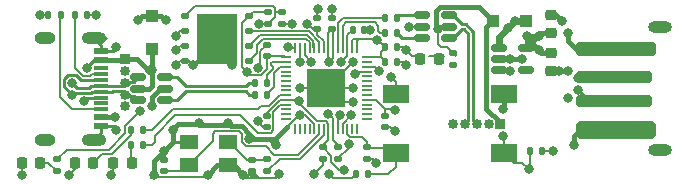
<source format=gbr>
%TF.GenerationSoftware,KiCad,Pcbnew,7.0.2-0*%
%TF.CreationDate,2023-12-30T15:56:12-08:00*%
%TF.ProjectId,uart-friend2-usb,75617274-2d66-4726-9965-6e64322d7573,rev?*%
%TF.SameCoordinates,PX7735940PY6e263e0*%
%TF.FileFunction,Copper,L1,Top*%
%TF.FilePolarity,Positive*%
%FSLAX46Y46*%
G04 Gerber Fmt 4.6, Leading zero omitted, Abs format (unit mm)*
G04 Created by KiCad (PCBNEW 7.0.2-0) date 2023-12-30 15:56:12*
%MOMM*%
%LPD*%
G01*
G04 APERTURE LIST*
G04 Aperture macros list*
%AMRoundRect*
0 Rectangle with rounded corners*
0 $1 Rounding radius*
0 $2 $3 $4 $5 $6 $7 $8 $9 X,Y pos of 4 corners*
0 Add a 4 corners polygon primitive as box body*
4,1,4,$2,$3,$4,$5,$6,$7,$8,$9,$2,$3,0*
0 Add four circle primitives for the rounded corners*
1,1,$1+$1,$2,$3*
1,1,$1+$1,$4,$5*
1,1,$1+$1,$6,$7*
1,1,$1+$1,$8,$9*
0 Add four rect primitives between the rounded corners*
20,1,$1+$1,$2,$3,$4,$5,0*
20,1,$1+$1,$4,$5,$6,$7,0*
20,1,$1+$1,$6,$7,$8,$9,0*
20,1,$1+$1,$8,$9,$2,$3,0*%
%AMOutline5P*
0 Free polygon, 5 corners , with rotation*
0 The origin of the aperture is its center*
0 number of corners: always 5*
0 $1 to $10 corner X, Y*
0 $11 Rotation angle, in degrees counterclockwise*
0 create outline with 5 corners*
4,1,5,$1,$2,$3,$4,$5,$6,$7,$8,$9,$10,$1,$2,$11*%
%AMOutline6P*
0 Free polygon, 6 corners , with rotation*
0 The origin of the aperture is its center*
0 number of corners: always 6*
0 $1 to $12 corner X, Y*
0 $13 Rotation angle, in degrees counterclockwise*
0 create outline with 6 corners*
4,1,6,$1,$2,$3,$4,$5,$6,$7,$8,$9,$10,$11,$12,$1,$2,$13*%
%AMOutline7P*
0 Free polygon, 7 corners , with rotation*
0 The origin of the aperture is its center*
0 number of corners: always 7*
0 $1 to $14 corner X, Y*
0 $15 Rotation angle, in degrees counterclockwise*
0 create outline with 7 corners*
4,1,7,$1,$2,$3,$4,$5,$6,$7,$8,$9,$10,$11,$12,$13,$14,$1,$2,$15*%
%AMOutline8P*
0 Free polygon, 8 corners , with rotation*
0 The origin of the aperture is its center*
0 number of corners: always 8*
0 $1 to $16 corner X, Y*
0 $17 Rotation angle, in degrees counterclockwise*
0 create outline with 8 corners*
4,1,8,$1,$2,$3,$4,$5,$6,$7,$8,$9,$10,$11,$12,$13,$14,$15,$16,$1,$2,$17*%
G04 Aperture macros list end*
%TA.AperFunction,SMDPad,CuDef*%
%ADD10R,1.240000X0.600000*%
%TD*%
%TA.AperFunction,SMDPad,CuDef*%
%ADD11R,1.240000X0.300000*%
%TD*%
%TA.AperFunction,ComponentPad*%
%ADD12O,2.100000X1.000000*%
%TD*%
%TA.AperFunction,ComponentPad*%
%ADD13O,1.800000X1.000000*%
%TD*%
%TA.AperFunction,SMDPad,CuDef*%
%ADD14RoundRect,0.135000X0.135000X0.185000X-0.135000X0.185000X-0.135000X-0.185000X0.135000X-0.185000X0*%
%TD*%
%TA.AperFunction,SMDPad,CuDef*%
%ADD15RoundRect,0.218750X-0.218750X-0.256250X0.218750X-0.256250X0.218750X0.256250X-0.218750X0.256250X0*%
%TD*%
%TA.AperFunction,SMDPad,CuDef*%
%ADD16RoundRect,0.250000X-0.300000X0.300000X-0.300000X-0.300000X0.300000X-0.300000X0.300000X0.300000X0*%
%TD*%
%TA.AperFunction,SMDPad,CuDef*%
%ADD17R,1.600000X1.300000*%
%TD*%
%TA.AperFunction,SMDPad,CuDef*%
%ADD18R,3.200000X3.200000*%
%TD*%
%TA.AperFunction,SMDPad,CuDef*%
%ADD19RoundRect,0.050000X-0.050000X-0.387500X0.050000X-0.387500X0.050000X0.387500X-0.050000X0.387500X0*%
%TD*%
%TA.AperFunction,SMDPad,CuDef*%
%ADD20RoundRect,0.050000X-0.387500X-0.050000X0.387500X-0.050000X0.387500X0.050000X-0.387500X0.050000X0*%
%TD*%
%TA.AperFunction,SMDPad,CuDef*%
%ADD21RoundRect,0.140000X-0.170000X0.140000X-0.170000X-0.140000X0.170000X-0.140000X0.170000X0.140000X0*%
%TD*%
%TA.AperFunction,SMDPad,CuDef*%
%ADD22RoundRect,0.135000X-0.135000X-0.185000X0.135000X-0.185000X0.135000X0.185000X-0.135000X0.185000X0*%
%TD*%
%TA.AperFunction,SMDPad,CuDef*%
%ADD23RoundRect,0.140000X0.170000X-0.140000X0.170000X0.140000X-0.170000X0.140000X-0.170000X-0.140000X0*%
%TD*%
%TA.AperFunction,SMDPad,CuDef*%
%ADD24RoundRect,0.140000X-0.140000X-0.170000X0.140000X-0.170000X0.140000X0.170000X-0.140000X0.170000X0*%
%TD*%
%TA.AperFunction,SMDPad,CuDef*%
%ADD25RoundRect,0.135000X-0.185000X0.135000X-0.185000X-0.135000X0.185000X-0.135000X0.185000X0.135000X0*%
%TD*%
%TA.AperFunction,SMDPad,CuDef*%
%ADD26R,2.180000X1.600000*%
%TD*%
%TA.AperFunction,SMDPad,CuDef*%
%ADD27RoundRect,0.150000X-0.512500X-0.150000X0.512500X-0.150000X0.512500X0.150000X-0.512500X0.150000X0*%
%TD*%
%TA.AperFunction,SMDPad,CuDef*%
%ADD28RoundRect,0.125000X-0.250000X-0.125000X0.250000X-0.125000X0.250000X0.125000X-0.250000X0.125000X0*%
%TD*%
%TA.AperFunction,SMDPad,CuDef*%
%ADD29R,3.400000X4.300000*%
%TD*%
%TA.AperFunction,SMDPad,CuDef*%
%ADD30RoundRect,0.135000X0.185000X-0.135000X0.185000X0.135000X-0.185000X0.135000X-0.185000X-0.135000X0*%
%TD*%
%TA.AperFunction,SMDPad,CuDef*%
%ADD31Outline8P,-3.375000X0.375000X-3.125000X0.625000X3.125000X0.625000X3.375000X0.375000X3.375000X-0.375000X3.125000X-0.625000X-3.125000X-0.625000X-3.375000X-0.375000X180.000000*%
%TD*%
%TA.AperFunction,SMDPad,CuDef*%
%ADD32Outline8P,-3.250000X0.300000X-3.050000X0.500000X3.050000X0.500000X3.250000X0.300000X3.250000X-0.300000X3.050000X-0.500000X-3.050000X-0.500000X-3.250000X-0.300000X180.000000*%
%TD*%
%TA.AperFunction,SMDPad,CuDef*%
%ADD33Outline8P,-3.375000X0.450000X-3.075000X0.750000X3.075000X0.750000X3.375000X0.450000X3.375000X-0.450000X3.075000X-0.750000X-3.075000X-0.750000X-3.375000X-0.450000X180.000000*%
%TD*%
%TA.AperFunction,SMDPad,CuDef*%
%ADD34RoundRect,0.225000X-0.250000X0.225000X-0.250000X-0.225000X0.250000X-0.225000X0.250000X0.225000X0*%
%TD*%
%TA.AperFunction,SMDPad,CuDef*%
%ADD35RoundRect,0.150000X0.512500X0.150000X-0.512500X0.150000X-0.512500X-0.150000X0.512500X-0.150000X0*%
%TD*%
%TA.AperFunction,SMDPad,CuDef*%
%ADD36RoundRect,0.225000X0.250000X-0.225000X0.250000X0.225000X-0.250000X0.225000X-0.250000X-0.225000X0*%
%TD*%
%TA.AperFunction,SMDPad,CuDef*%
%ADD37RoundRect,0.250000X0.300000X0.300000X-0.300000X0.300000X-0.300000X-0.300000X0.300000X-0.300000X0*%
%TD*%
%TA.AperFunction,ComponentPad*%
%ADD38R,0.850000X0.850000*%
%TD*%
%TA.AperFunction,ComponentPad*%
%ADD39O,0.850000X0.850000*%
%TD*%
%TA.AperFunction,ComponentPad*%
%ADD40O,2.030000X1.000000*%
%TD*%
%TA.AperFunction,ViaPad*%
%ADD41C,0.812800*%
%TD*%
%TA.AperFunction,Conductor*%
%ADD42C,0.203200*%
%TD*%
%TA.AperFunction,Conductor*%
%ADD43C,0.457200*%
%TD*%
%TA.AperFunction,Conductor*%
%ADD44C,0.152400*%
%TD*%
%TA.AperFunction,Conductor*%
%ADD45C,0.254000*%
%TD*%
%TA.AperFunction,Conductor*%
%ADD46C,0.304800*%
%TD*%
%TA.AperFunction,Conductor*%
%ADD47C,0.609600*%
%TD*%
%TA.AperFunction,Conductor*%
%ADD48C,0.266700*%
%TD*%
G04 APERTURE END LIST*
D10*
%TO.P,J1,A1,GND*%
%TO.N,GND*%
X7475000Y11200000D03*
%TO.P,J1,A4,VBUS*%
%TO.N,/VBUS1*%
X7475000Y10400000D03*
D11*
%TO.P,J1,A5,CC1*%
%TO.N,/J1_CC1*%
X7475000Y9250000D03*
%TO.P,J1,A6,D+*%
%TO.N,/USB1_D_P*%
X7475000Y8250000D03*
%TO.P,J1,A7,D-*%
%TO.N,/USB1_D_N*%
X7475000Y7750000D03*
%TO.P,J1,A8,SBU1*%
%TO.N,unconnected-(J1-SBU1-PadA8)*%
X7475000Y6750000D03*
D10*
%TO.P,J1,A9,VBUS*%
%TO.N,/VBUS1*%
X7475000Y5600000D03*
%TO.P,J1,A12,GND*%
%TO.N,GND*%
X7475000Y4800000D03*
%TO.P,J1,B1,GND*%
X7475000Y4800000D03*
%TO.P,J1,B4,VBUS*%
%TO.N,/VBUS1*%
X7475000Y5600000D03*
D11*
%TO.P,J1,B5,CC2*%
%TO.N,/J2_CC2*%
X7475000Y6250000D03*
%TO.P,J1,B6,D+*%
%TO.N,/USB1_D_P*%
X7475000Y7250000D03*
%TO.P,J1,B7,D-*%
%TO.N,/USB1_D_N*%
X7475000Y8750000D03*
%TO.P,J1,B8,SBU2*%
%TO.N,unconnected-(J1-SBU2-PadB8)*%
X7475000Y9750000D03*
D10*
%TO.P,J1,B9,VBUS*%
%TO.N,/VBUS1*%
X7475000Y10400000D03*
%TO.P,J1,B12,GND*%
%TO.N,GND*%
X7475000Y11200000D03*
D12*
%TO.P,J1,S1,SHIELD*%
X6875000Y12320000D03*
D13*
X2675000Y12320000D03*
D12*
X6875000Y3680000D03*
D13*
X2675000Y3680000D03*
%TD*%
D14*
%TO.P,R13,1*%
%TO.N,/LED_GPIO8*%
X11010000Y3250000D03*
%TO.P,R13,2*%
%TO.N,Net-(D3-A)*%
X9990000Y3250000D03*
%TD*%
D15*
%TO.P,D6,2,A*%
%TO.N,Net-(D6-A)*%
X2287500Y1750000D03*
%TO.P,D6,1,K*%
%TO.N,GND*%
X712500Y1750000D03*
%TD*%
%TO.P,D5,1,K*%
%TO.N,GND*%
X34462500Y10500000D03*
%TO.P,D5,2,A*%
%TO.N,Net-(D5-A)*%
X36037500Y10500000D03*
%TD*%
%TO.P,D4,2,A*%
%TO.N,Net-(D4-A)*%
X6787500Y1750000D03*
%TO.P,D4,1,K*%
%TO.N,GND*%
X5212500Y1750000D03*
%TD*%
%TO.P,D3,2,A*%
%TO.N,Net-(D3-A)*%
X10037500Y1750000D03*
%TO.P,D3,1,K*%
%TO.N,GND*%
X8462500Y1750000D03*
%TD*%
D16*
%TO.P,D1,1,K*%
%TO.N,VBUS*%
X11750000Y14150000D03*
%TO.P,D1,2,A*%
%TO.N,/VBUS1*%
X11750000Y11350000D03*
%TD*%
D17*
%TO.P,Y1,1,1*%
%TO.N,/U1_XOUT_R*%
X18150000Y3500000D03*
%TO.P,Y1,2,2*%
%TO.N,GND*%
X14850000Y3500000D03*
%TO.P,Y1,3,3*%
%TO.N,/U1_XIN*%
X14850000Y1500000D03*
%TO.P,Y1,4,4*%
%TO.N,GND*%
X18150000Y1500000D03*
%TD*%
D18*
%TO.P,U1,57,GND*%
%TO.N,GND*%
X26500000Y8050000D03*
D19*
%TO.P,U1,56,QSPI_SS*%
%TO.N,/U1_EEPROM_SS_L*%
X23900000Y11487500D03*
%TO.P,U1,55,QSPI_SD1*%
%TO.N,/U1_EEPROM_SD1*%
X24300000Y11487500D03*
%TO.P,U1,54,QSPI_SD2*%
%TO.N,Net-(U1-QSPI_SD2)*%
X24700000Y11487500D03*
%TO.P,U1,53,QSPI_SD0*%
%TO.N,/U1_EEPROM_SD0*%
X25100000Y11487500D03*
%TO.P,U1,52,QSPI_SCLK*%
%TO.N,/U1_EEPROM_SCLK*%
X25500000Y11487500D03*
%TO.P,U1,51,QSPI_SD3*%
%TO.N,/U1_EEPROM_SD3*%
X25900000Y11487500D03*
%TO.P,U1,50,DVDD*%
%TO.N,VDD*%
X26300000Y11487500D03*
%TO.P,U1,49,IOVDD*%
%TO.N,+3V3*%
X26700000Y11487500D03*
%TO.P,U1,48,USB_VDD*%
X27100000Y11487500D03*
%TO.P,U1,47,USB_DP*%
%TO.N,/USB0_P*%
X27500000Y11487500D03*
%TO.P,U1,46,USB_DM*%
%TO.N,/USB0_N*%
X27900000Y11487500D03*
%TO.P,U1,45,VREG_VOUT*%
%TO.N,VDD*%
X28300000Y11487500D03*
%TO.P,U1,44,VREG_IN*%
%TO.N,+3V3*%
X28700000Y11487500D03*
%TO.P,U1,43,ADC_AVDD*%
X29100000Y11487500D03*
D20*
%TO.P,U1,42,IOVDD*%
X29937500Y10650000D03*
%TO.P,U1,41,GPIO29_ADC3*%
%TO.N,unconnected-(U1-GPIO29_ADC3-Pad41)*%
X29937500Y10250000D03*
%TO.P,U1,40,GPIO28_ADC2*%
%TO.N,/ADC2*%
X29937500Y9850000D03*
%TO.P,U1,39,GPIO27_ADC1*%
%TO.N,/ADC1*%
X29937500Y9450000D03*
%TO.P,U1,38,GPIO26_ADC0*%
%TO.N,unconnected-(U1-GPIO26_ADC0-Pad38)*%
X29937500Y9050000D03*
%TO.P,U1,37,GPIO25*%
%TO.N,unconnected-(U1-GPIO25-Pad37)*%
X29937500Y8650000D03*
%TO.P,U1,36,GPIO24*%
%TO.N,unconnected-(U1-GPIO24-Pad36)*%
X29937500Y8250000D03*
%TO.P,U1,35,GPIO23*%
%TO.N,unconnected-(U1-GPIO23-Pad35)*%
X29937500Y7850000D03*
%TO.P,U1,34,GPIO22*%
%TO.N,unconnected-(U1-GPIO22-Pad34)*%
X29937500Y7450000D03*
%TO.P,U1,33,IOVDD*%
%TO.N,+3V3*%
X29937500Y7050000D03*
%TO.P,U1,32,GPIO21*%
%TO.N,unconnected-(U1-GPIO21-Pad32)*%
X29937500Y6650000D03*
%TO.P,U1,31,GPIO20*%
%TO.N,unconnected-(U1-GPIO20-Pad31)*%
X29937500Y6250000D03*
%TO.P,U1,30,GPIO19*%
%TO.N,unconnected-(U1-GPIO19-Pad30)*%
X29937500Y5850000D03*
%TO.P,U1,29,GPIO18*%
%TO.N,unconnected-(U1-GPIO18-Pad29)*%
X29937500Y5450000D03*
D19*
%TO.P,U1,28,GPIO17*%
%TO.N,unconnected-(U1-GPIO17-Pad28)*%
X29100000Y4612500D03*
%TO.P,U1,27,GPIO16*%
%TO.N,unconnected-(U1-GPIO16-Pad27)*%
X28700000Y4612500D03*
%TO.P,U1,26,RUN*%
%TO.N,/U1_RUN*%
X28300000Y4612500D03*
%TO.P,U1,25,SWD*%
%TO.N,/SWD*%
X27900000Y4612500D03*
%TO.P,U1,24,SWCLK*%
%TO.N,/SWD_CLK*%
X27500000Y4612500D03*
%TO.P,U1,23,DVDD*%
%TO.N,VDD*%
X27100000Y4612500D03*
%TO.P,U1,22,IOVDD*%
%TO.N,+3V3*%
X26700000Y4612500D03*
%TO.P,U1,21,XOUT*%
%TO.N,/U1_XOUT*%
X26300000Y4612500D03*
%TO.P,U1,20,XIN*%
%TO.N,/U1_XIN*%
X25900000Y4612500D03*
%TO.P,U1,19,TESTEN*%
%TO.N,GND*%
X25500000Y4612500D03*
%TO.P,U1,18,GPIO15*%
%TO.N,unconnected-(U1-GPIO15-Pad18)*%
X25100000Y4612500D03*
%TO.P,U1,17,GPIO14*%
%TO.N,unconnected-(U1-GPIO14-Pad17)*%
X24700000Y4612500D03*
%TO.P,U1,16,GPIO13*%
%TO.N,unconnected-(U1-GPIO13-Pad16)*%
X24300000Y4612500D03*
%TO.P,U1,15,GPIO12*%
%TO.N,unconnected-(U1-GPIO12-Pad15)*%
X23900000Y4612500D03*
D20*
%TO.P,U1,14,GPIO11*%
%TO.N,unconnected-(U1-GPIO11-Pad14)*%
X23062500Y5450000D03*
%TO.P,U1,13,GPIO10*%
%TO.N,unconnected-(U1-GPIO10-Pad13)*%
X23062500Y5850000D03*
%TO.P,U1,12,GPIO9*%
%TO.N,unconnected-(U1-GPIO9-Pad12)*%
X23062500Y6250000D03*
%TO.P,U1,11,GPIO8*%
%TO.N,/LED_GPIO8*%
X23062500Y6650000D03*
%TO.P,U1,10,IOVDD*%
%TO.N,+3V3*%
X23062500Y7050000D03*
%TO.P,U1,9,GPIO7*%
%TO.N,/LED_GPIO7*%
X23062500Y7450000D03*
%TO.P,U1,8,GPIO6*%
%TO.N,unconnected-(U1-GPIO6-Pad8)*%
X23062500Y7850000D03*
%TO.P,U1,7,GPIO5*%
%TO.N,unconnected-(U1-GPIO5-Pad7)*%
X23062500Y8250000D03*
%TO.P,U1,6,GPIO4*%
%TO.N,unconnected-(U1-GPIO4-Pad6)*%
X23062500Y8650000D03*
%TO.P,U1,5,GPIO3*%
%TO.N,unconnected-(U1-GPIO3-Pad5)*%
X23062500Y9050000D03*
%TO.P,U1,4,GPIO2*%
%TO.N,unconnected-(U1-GPIO2-Pad4)*%
X23062500Y9450000D03*
%TO.P,U1,3,GPIO1*%
%TO.N,/USB1_N*%
X23062500Y9850000D03*
%TO.P,U1,2,GPIO0*%
%TO.N,/USB1_P*%
X23062500Y10250000D03*
%TO.P,U1,1,IOVDD*%
%TO.N,+3V3*%
X23062500Y10650000D03*
%TD*%
D14*
%TO.P,R1,1*%
%TO.N,/USB0_R_P*%
X32510000Y14000000D03*
%TO.P,R1,2*%
%TO.N,/USB0_P*%
X31490000Y14000000D03*
%TD*%
%TO.P,R14,1*%
%TO.N,/LED_GPIO7*%
X11010000Y4500000D03*
%TO.P,R14,2*%
%TO.N,Net-(D4-A)*%
X9990000Y4500000D03*
%TD*%
D21*
%TO.P,C15,1*%
%TO.N,/U1_XOUT_R*%
X20250000Y1980000D03*
%TO.P,C15,2*%
%TO.N,GND*%
X20250000Y1020000D03*
%TD*%
D14*
%TO.P,R8,1*%
%TO.N,/U1_RUN*%
X30010000Y750000D03*
%TO.P,R8,2*%
%TO.N,/SWD_RST*%
X28990000Y750000D03*
%TD*%
D22*
%TO.P,R12,1*%
%TO.N,GND*%
X43740000Y2750000D03*
%TO.P,R12,2*%
%TO.N,/P4_CC*%
X44760000Y2750000D03*
%TD*%
D14*
%TO.P,R10,1*%
%TO.N,/J2_CC2*%
X4010000Y14250000D03*
%TO.P,R10,2*%
%TO.N,GND*%
X2990000Y14250000D03*
%TD*%
D23*
%TO.P,C14,1*%
%TO.N,/U1_XIN*%
X12750000Y1020000D03*
%TO.P,C14,2*%
%TO.N,GND*%
X12750000Y1980000D03*
%TD*%
D24*
%TO.P,C1,1*%
%TO.N,+3V3*%
X31520000Y11500000D03*
%TO.P,C1,2*%
%TO.N,GND*%
X32480000Y11500000D03*
%TD*%
D25*
%TO.P,R3,1*%
%TO.N,+3V3*%
X21600000Y14510000D03*
%TO.P,R3,2*%
%TO.N,/U1_EEPROM_SS_L*%
X21600000Y13490000D03*
%TD*%
D24*
%TO.P,C2,1*%
%TO.N,+3V3*%
X31520000Y10250000D03*
%TO.P,C2,2*%
%TO.N,GND*%
X32480000Y10250000D03*
%TD*%
D25*
%TO.P,R15,1*%
%TO.N,/VBUS0*%
X37250000Y11010000D03*
%TO.P,R15,2*%
%TO.N,Net-(D5-A)*%
X37250000Y9990000D03*
%TD*%
D26*
%TO.P,SW2,1,1*%
%TO.N,GND*%
X41590000Y2550000D03*
%TO.P,SW2,2,2*%
%TO.N,/U1_RUN*%
X32410000Y2550000D03*
%TD*%
D21*
%TO.P,C5,1*%
%TO.N,+3V3*%
X21500000Y5730000D03*
%TO.P,C5,2*%
%TO.N,GND*%
X21500000Y4770000D03*
%TD*%
%TO.P,C16,1*%
%TO.N,/U1_RUN*%
X30000000Y3030000D03*
%TO.P,C16,2*%
%TO.N,GND*%
X30000000Y2070000D03*
%TD*%
%TO.P,C3,1*%
%TO.N,+3V3*%
X31500000Y5730000D03*
%TO.P,C3,2*%
%TO.N,GND*%
X31500000Y4770000D03*
%TD*%
D25*
%TO.P,R7,1*%
%TO.N,/U1_XOUT_R*%
X21500000Y2010000D03*
%TO.P,R7,2*%
%TO.N,/U1_XOUT*%
X21500000Y990000D03*
%TD*%
D22*
%TO.P,R9,1*%
%TO.N,/J1_CC1*%
X5240000Y14250000D03*
%TO.P,R9,2*%
%TO.N,GND*%
X6260000Y14250000D03*
%TD*%
D24*
%TO.P,C9,1*%
%TO.N,VDD*%
X28770000Y13000000D03*
%TO.P,C9,2*%
%TO.N,GND*%
X29730000Y13000000D03*
%TD*%
D27*
%TO.P,U3,6*%
%TO.N,/USB0_D_P*%
X36887500Y14200000D03*
%TO.P,U3,5*%
%TO.N,/VBUS0*%
X36887500Y13250000D03*
%TO.P,U3,4*%
%TO.N,/USB0_D_N*%
X36887500Y12300000D03*
%TO.P,U3,3*%
%TO.N,/USB0_R_N*%
X34612500Y12300000D03*
%TO.P,U3,2*%
%TO.N,GND*%
X34612500Y13250000D03*
%TO.P,U3,1*%
%TO.N,/USB0_R_P*%
X34612500Y14200000D03*
%TD*%
%TO.P,U4,1,IN*%
%TO.N,VBUS*%
X41112500Y11450000D03*
%TO.P,U4,2,GND*%
%TO.N,GND*%
X41112500Y10500000D03*
%TO.P,U4,3,EN*%
%TO.N,VBUS*%
X41112500Y9550000D03*
%TO.P,U4,4,NC*%
%TO.N,unconnected-(U4-NC-Pad4)*%
X43387500Y9550000D03*
%TO.P,U4,5,OUT*%
%TO.N,+3V3*%
X43387500Y11450000D03*
%TD*%
D28*
%TO.P,U2,1,~{CS}*%
%TO.N,/U1_EEPROM_SS_L*%
X14550000Y14155000D03*
%TO.P,U2,2,DO(IO1)*%
%TO.N,/U1_EEPROM_SD1*%
X14550000Y12885000D03*
%TO.P,U2,3,IO2*%
%TO.N,Net-(U1-QSPI_SD2)*%
X14550000Y11615000D03*
%TO.P,U2,4,GND*%
%TO.N,GND*%
X14550000Y10345000D03*
%TO.P,U2,5,DI(IO0)*%
%TO.N,/U1_EEPROM_SD0*%
X19950000Y10345000D03*
%TO.P,U2,6,CLK*%
%TO.N,/U1_EEPROM_SCLK*%
X19950000Y11615000D03*
%TO.P,U2,7,IO3*%
%TO.N,/U1_EEPROM_SD3*%
X19950000Y12885000D03*
%TO.P,U2,8,VCC*%
%TO.N,+3V3*%
X19950000Y14155000D03*
D29*
%TO.P,U2,9,EP*%
%TO.N,GND*%
X17250000Y12250000D03*
%TD*%
D30*
%TO.P,R4,1*%
%TO.N,/U1_BOOT*%
X22800000Y13490000D03*
%TO.P,R4,2*%
%TO.N,/U1_EEPROM_SS_L*%
X22800000Y14510000D03*
%TD*%
D31*
%TO.P,P1,1,VBUS*%
%TO.N,/VBUS0*%
X51016880Y11372580D03*
D32*
%TO.P,P1,2,D-*%
%TO.N,/USB0_D_N*%
X50891880Y8997580D03*
%TO.P,P1,3,D+*%
%TO.N,/USB0_D_P*%
X50891880Y6997580D03*
D33*
%TO.P,P1,4,GND*%
%TO.N,GND*%
X51016880Y4497580D03*
%TD*%
D34*
%TO.P,C12,1*%
%TO.N,+3V3*%
X45500000Y11025000D03*
%TO.P,C12,2*%
%TO.N,GND*%
X45500000Y9475000D03*
%TD*%
D14*
%TO.P,R2,1*%
%TO.N,/USB0_R_N*%
X32510000Y12750000D03*
%TO.P,R2,2*%
%TO.N,/USB0_N*%
X31490000Y12750000D03*
%TD*%
D26*
%TO.P,SW1,1,1*%
%TO.N,GND*%
X41590000Y7550000D03*
%TO.P,SW1,2,2*%
%TO.N,/U1_BOOT*%
X32410000Y7550000D03*
%TD*%
D35*
%TO.P,U5,1*%
%TO.N,/USB1_R_N*%
X12887500Y7050000D03*
%TO.P,U5,2*%
%TO.N,GND*%
X12887500Y8000000D03*
%TO.P,U5,3*%
%TO.N,/USB1_R_P*%
X12887500Y8950000D03*
%TO.P,U5,4*%
%TO.N,/USB1_D_P*%
X10612500Y8950000D03*
%TO.P,U5,5*%
%TO.N,/VBUS1*%
X10612500Y8000000D03*
%TO.P,U5,6*%
%TO.N,/USB1_D_N*%
X10612500Y7050000D03*
%TD*%
D21*
%TO.P,C4,1*%
%TO.N,+3V3*%
X26250000Y3030000D03*
%TO.P,C4,2*%
%TO.N,GND*%
X26250000Y2070000D03*
%TD*%
D23*
%TO.P,C7,1*%
%TO.N,+3V3*%
X27000000Y13020000D03*
%TO.P,C7,2*%
%TO.N,GND*%
X27000000Y13980000D03*
%TD*%
%TO.P,C10,1*%
%TO.N,VDD*%
X25750000Y13020000D03*
%TO.P,C10,2*%
%TO.N,GND*%
X25750000Y13980000D03*
%TD*%
D14*
%TO.P,R6,1*%
%TO.N,/USB1_P*%
X21510000Y8500000D03*
%TO.P,R6,2*%
%TO.N,/USB1_R_P*%
X20490000Y8500000D03*
%TD*%
D36*
%TO.P,C13,1*%
%TO.N,+3V3*%
X45500000Y12725000D03*
%TO.P,C13,2*%
%TO.N,GND*%
X45500000Y14275000D03*
%TD*%
D21*
%TO.P,C11,1*%
%TO.N,VDD*%
X27500000Y3030000D03*
%TO.P,C11,2*%
%TO.N,GND*%
X27500000Y2070000D03*
%TD*%
D37*
%TO.P,D2,1,K*%
%TO.N,VBUS*%
X43400000Y13750000D03*
%TO.P,D2,2,A*%
%TO.N,/VBUS0*%
X40600000Y13750000D03*
%TD*%
D25*
%TO.P,R16,1*%
%TO.N,/VBUS1*%
X3750000Y2010000D03*
%TO.P,R16,2*%
%TO.N,Net-(D6-A)*%
X3750000Y990000D03*
%TD*%
D14*
%TO.P,R5,1*%
%TO.N,/USB1_N*%
X21510000Y7500000D03*
%TO.P,R5,2*%
%TO.N,/USB1_R_N*%
X20490000Y7500000D03*
%TD*%
D23*
%TO.P,C6,1*%
%TO.N,+3V3*%
X21500000Y10770000D03*
%TO.P,C6,2*%
%TO.N,GND*%
X21500000Y11730000D03*
%TD*%
D38*
%TO.P,P2,1,VBUS*%
%TO.N,/VBUS0*%
X41250000Y5000000D03*
D39*
%TO.P,P2,2,GND*%
%TO.N,GND*%
X40250000Y5000000D03*
%TO.P,P2,3,D+*%
%TO.N,/USB0_D_P*%
X39250000Y5000000D03*
%TO.P,P2,4,D-*%
%TO.N,/USB0_D_N*%
X38250000Y5000000D03*
%TO.P,P2,5,GND*%
%TO.N,GND*%
X37250000Y5000000D03*
%TD*%
D38*
%TO.P,P3,1,VBUS*%
%TO.N,/VBUS1*%
X9500000Y10500000D03*
D39*
%TO.P,P3,2,GND*%
%TO.N,GND*%
X9500000Y9500000D03*
%TO.P,P3,3,D+*%
%TO.N,/USB1_D_P*%
X9500000Y8500000D03*
%TO.P,P3,4,D-*%
%TO.N,/USB1_D_N*%
X9500000Y7500000D03*
%TO.P,P3,5,GND*%
%TO.N,GND*%
X9500000Y6500000D03*
%TD*%
D40*
%TO.P,P4,SH1*%
%TO.N,N/C*%
X54750000Y13225000D03*
X54750000Y2775000D03*
%TD*%
D41*
%TO.N,GND*%
X8289775Y710700D03*
X4750000Y719523D03*
X750000Y710700D03*
%TO.N,+3V3*%
X26750000Y10250000D03*
X32300000Y6191698D03*
X43500000Y12500000D03*
X24200000Y7000000D03*
X19800000Y9400000D03*
X44500000Y12500000D03*
X30818415Y12125976D03*
X28000000Y1100000D03*
X44500000Y11250000D03*
%TO.N,GND*%
X11898606Y727274D03*
X30750000Y1750000D03*
X27000000Y14789300D03*
X43634605Y1194755D03*
X41500000Y4000000D03*
X30200000Y13000000D03*
X33500000Y13250000D03*
X33250000Y11250000D03*
X8750000Y4500000D03*
X24250000Y8050000D03*
X15250000Y10000000D03*
X28750000Y6900000D03*
X20727578Y5236856D03*
X7000000Y14250000D03*
X18227959Y5080100D03*
X20000000Y3750000D03*
X28750000Y10300000D03*
X11750000Y6500000D03*
X13500000Y4500000D03*
X42090100Y10539791D03*
X25500000Y750000D03*
X19500000Y710700D03*
X41500000Y6250000D03*
X32300000Y4400000D03*
X13750000Y10000000D03*
X22250000Y3250000D03*
X20733568Y9793145D03*
X28750000Y8050000D03*
X43100000Y10539791D03*
X47000000Y7250000D03*
X47500000Y3250000D03*
X24250000Y5800000D03*
X22500000Y750000D03*
X28400000Y3300000D03*
X8750000Y11500000D03*
X46500000Y13750000D03*
X15727959Y5080100D03*
X18500000Y10000000D03*
X12750000Y2750000D03*
X16500000Y710700D03*
X2250000Y14250000D03*
X25800000Y14789300D03*
X46250000Y9500000D03*
X47000000Y9500000D03*
X33250000Y10000000D03*
%TO.N,VDD*%
X27750000Y10250000D03*
X24900000Y13500000D03*
X26700000Y5891698D03*
%TO.N,VBUS*%
X10600000Y13800000D03*
X41875000Y13125000D03*
X12900000Y13800000D03*
X42500000Y13750000D03*
X42100000Y9500000D03*
%TO.N,/VBUS1*%
X11750000Y9600000D03*
X6250000Y9750000D03*
X8600000Y5600000D03*
X10700000Y6100000D03*
%TO.N,/VBUS0*%
X47000000Y12750000D03*
X35975988Y13035217D03*
%TO.N,/U1_EEPROM_SS_L*%
X20800000Y13500000D03*
X23250000Y11550000D03*
%TO.N,/U1_BOOT*%
X32000000Y9000000D03*
X23600000Y13500000D03*
%TO.N,/SWD_CLK*%
X27671646Y5767037D03*
%TO.N,/SWD*%
X28636147Y5747319D03*
%TO.N,/SWD_RST*%
X26750000Y750000D03*
%TO.N,Net-(U1-QSPI_SD2)*%
X13750000Y11250000D03*
X25250000Y10300000D03*
%TO.N,/U1_EEPROM_SD1*%
X24250000Y10300000D03*
X13750000Y12500000D03*
%TO.N,/P4_CC*%
X45750000Y2750000D03*
%TO.N,/ADC1*%
X28963133Y9260055D03*
%TO.N,/ADC2*%
X30997313Y9495899D03*
%TO.N,/USB1_D_N*%
X5000000Y7504700D03*
%TO.N,/USB1_D_P*%
X5997783Y6977498D03*
X5000000Y8495300D03*
%TO.N,/USB0_D_N*%
X47854649Y8880300D03*
%TO.N,/USB0_D_P*%
X47854649Y7889700D03*
%TD*%
D42*
%TO.N,GND*%
X8462500Y1750000D02*
X8462500Y883425D01*
X8462500Y883425D02*
X8289775Y710700D01*
X5212500Y1750000D02*
X5212500Y1182023D01*
X5212500Y1182023D02*
X4750000Y719523D01*
%TO.N,/LED_GPIO8*%
X11010000Y3250000D02*
X11750000Y3250000D01*
X11750000Y3250000D02*
X12000000Y3500000D01*
X12000000Y3500000D02*
X12000000Y4000000D01*
X12000000Y4000000D02*
X13740000Y5740000D01*
X19226268Y5740000D02*
X20704868Y4261400D01*
X13740000Y5740000D02*
X19226268Y5740000D01*
%TO.N,/LED_GPIO7*%
X11010000Y4500000D02*
X11750000Y4500000D01*
X11750000Y4500000D02*
X12250000Y5000000D01*
%TO.N,Net-(D3-A)*%
X9990000Y3250000D02*
X9990000Y1797500D01*
X9990000Y1797500D02*
X10037500Y1750000D01*
%TO.N,Net-(D4-A)*%
X9990000Y4500000D02*
X9990000Y4120129D01*
X9990000Y4120129D02*
X8348871Y2479000D01*
X8348871Y2479000D02*
X7516500Y2479000D01*
X7516500Y2479000D02*
X6787500Y1750000D01*
%TO.N,/VBUS1*%
X4574101Y2834101D02*
X3750000Y2010000D01*
X9466000Y4216000D02*
X8084101Y2834101D01*
X9466000Y4866000D02*
X9466000Y4216000D01*
X10700000Y6100000D02*
X9466000Y4866000D01*
X8084101Y2834101D02*
X4574101Y2834101D01*
%TO.N,Net-(D6-A)*%
X2287500Y1750000D02*
X2990000Y1750000D01*
X2990000Y1750000D02*
X3750000Y990000D01*
%TO.N,GND*%
X712500Y1750000D02*
X712500Y748200D01*
X712500Y748200D02*
X750000Y710700D01*
D43*
%TO.N,+3V3*%
X45500000Y12725000D02*
X44725000Y12725000D01*
D44*
X29100000Y11487500D02*
X29100000Y12050000D01*
X26700000Y12720000D02*
X27000000Y13020000D01*
X28700000Y11487500D02*
X28700000Y12100000D01*
D43*
X45500000Y11025000D02*
X44725000Y11025000D01*
D42*
X26936000Y1766800D02*
X27602800Y1100000D01*
D43*
X43500000Y12250000D02*
X44500000Y11250000D01*
X44725000Y12725000D02*
X44500000Y12500000D01*
D44*
X22601360Y7050000D02*
X21500000Y5948640D01*
D42*
X26936000Y2344000D02*
X26936000Y1766800D01*
D44*
X26700000Y11487500D02*
X26700000Y10300000D01*
D42*
X26250000Y3030000D02*
X26936000Y2344000D01*
D44*
X31120000Y10650000D02*
X31120000Y11100000D01*
X19346400Y9853600D02*
X19800000Y9400000D01*
X26700000Y3680000D02*
X26250000Y3230000D01*
X31120000Y10650000D02*
X31520000Y10250000D01*
X21500000Y5948640D02*
X21500000Y5730000D01*
X29937500Y10650000D02*
X31120000Y10650000D01*
D43*
X43843750Y12156250D02*
X44093750Y12156250D01*
D44*
X29350000Y12250000D02*
X30770000Y12250000D01*
D43*
X44437500Y12500000D02*
X44093750Y12156250D01*
D44*
X30700000Y7050000D02*
X31500000Y6250000D01*
X27100000Y11487500D02*
X27100000Y12920000D01*
X29100000Y12050000D02*
X29300000Y12250000D01*
D43*
X44300000Y11450000D02*
X44500000Y11250000D01*
D44*
X19950000Y14155000D02*
X19346400Y13551400D01*
X32241698Y6250000D02*
X32300000Y6191698D01*
D42*
X20305000Y14510000D02*
X19950000Y14155000D01*
D44*
X20041855Y9158145D02*
X19800000Y9400000D01*
X26700000Y10300000D02*
X26750000Y10250000D01*
X20996594Y9158145D02*
X20041855Y9158145D01*
X25721400Y5278600D02*
X24200000Y6800000D01*
X26700000Y4612500D02*
X26700000Y5044000D01*
X30770000Y12250000D02*
X30818415Y12201585D01*
X29300000Y12250000D02*
X29350000Y12250000D01*
X27100000Y11487500D02*
X27100000Y10600000D01*
X27100000Y12920000D02*
X27000000Y13020000D01*
D43*
X44500000Y12500000D02*
X44437500Y12500000D01*
D44*
X28850000Y12250000D02*
X29350000Y12250000D01*
D43*
X43387500Y11450000D02*
X44300000Y11450000D01*
X43500000Y12500000D02*
X43500000Y12250000D01*
X44093750Y12156250D02*
X43387500Y11450000D01*
D44*
X31500000Y6250000D02*
X31500000Y5730000D01*
X26700000Y4612500D02*
X26700000Y3680000D01*
X19346400Y13551400D02*
X19346400Y9853600D01*
D43*
X44725000Y11025000D02*
X44500000Y11250000D01*
D44*
X28700000Y12100000D02*
X28850000Y12250000D01*
X26700000Y11487500D02*
X26700000Y12720000D01*
X26465400Y5278600D02*
X25721400Y5278600D01*
X21500000Y9661551D02*
X20996594Y9158145D01*
X27100000Y10600000D02*
X26750000Y10250000D01*
X23062500Y10650000D02*
X22942500Y10770000D01*
D43*
X43500000Y12500000D02*
X43500000Y11562500D01*
D44*
X23062500Y7050000D02*
X22601360Y7050000D01*
X22942500Y10770000D02*
X21500000Y10770000D01*
D42*
X21500000Y14510000D02*
X20305000Y14510000D01*
D43*
X43500000Y12500000D02*
X43843750Y12156250D01*
D44*
X30770000Y12250000D02*
X31520000Y11500000D01*
X30818415Y12201585D02*
X30818415Y12125976D01*
D43*
X43500000Y11562500D02*
X43387500Y11450000D01*
D44*
X29937500Y7050000D02*
X30700000Y7050000D01*
X31500000Y6250000D02*
X32241698Y6250000D01*
X31120000Y11100000D02*
X31520000Y11500000D01*
X21500000Y10770000D02*
X21500000Y9661551D01*
X26700000Y5044000D02*
X26465400Y5278600D01*
D42*
X27602800Y1100000D02*
X28000000Y1100000D01*
D43*
X44500000Y12500000D02*
X43500000Y12500000D01*
D44*
X23062500Y7050000D02*
X24150000Y7050000D01*
X24200000Y6800000D02*
X24200000Y7000000D01*
X24150000Y7050000D02*
X24200000Y7000000D01*
D42*
%TO.N,GND*%
X20500000Y770000D02*
X20500000Y466000D01*
D43*
X13500000Y4500000D02*
X13500000Y3500000D01*
X46225000Y9475000D02*
X46250000Y9500000D01*
X11898606Y1898606D02*
X12750000Y2750000D01*
D42*
X25750000Y13980000D02*
X25750000Y14739300D01*
D43*
X11898606Y727274D02*
X11898606Y1898606D01*
D42*
X42390000Y1750000D02*
X43079360Y1750000D01*
D45*
X8450000Y4800000D02*
X8750000Y4500000D01*
D42*
X27650000Y6900000D02*
X26500000Y8050000D01*
X20250000Y1020000D02*
X20804000Y466000D01*
X15750000Y10500000D02*
X15250000Y10000000D01*
X19900000Y670000D02*
X19900000Y466000D01*
X17250000Y12250000D02*
X15750000Y10750000D01*
X41590000Y3910000D02*
X41500000Y4000000D01*
X43079360Y1750000D02*
X43634605Y1194755D01*
D44*
X25500000Y7050000D02*
X26500000Y8050000D01*
D43*
X51016880Y4497580D02*
X47997580Y4497580D01*
D42*
X24250000Y8050000D02*
X26500000Y8050000D01*
D43*
X20000000Y3750000D02*
X20400000Y3750000D01*
X22250000Y3806000D02*
X23172000Y4728000D01*
D45*
X7475000Y11200000D02*
X7475000Y11720000D01*
D42*
X20936000Y11166000D02*
X20936000Y9995577D01*
D43*
X46250000Y9500000D02*
X47000000Y9500000D01*
D42*
X2990000Y14250000D02*
X2250000Y14250000D01*
X33000000Y11500000D02*
X33250000Y11250000D01*
X17250000Y12250000D02*
X18500000Y11000000D01*
X19900000Y466000D02*
X19744700Y466000D01*
X14905000Y10345000D02*
X15250000Y10000000D01*
X28750000Y8050000D02*
X26500000Y8050000D01*
D43*
X15843949Y4964110D02*
X18111969Y4964110D01*
D42*
X29730000Y13000000D02*
X30200000Y13000000D01*
X20300000Y466000D02*
X20100000Y466000D01*
X30430000Y2070000D02*
X30750000Y1750000D01*
D45*
X7475000Y4800000D02*
X8450000Y4800000D01*
D42*
X20804000Y466000D02*
X20500000Y466000D01*
X28750000Y6900000D02*
X27650000Y6900000D01*
D45*
X7475000Y11200000D02*
X8450000Y11200000D01*
D42*
X22216000Y466000D02*
X22500000Y750000D01*
X18207808Y5216000D02*
X18227959Y5195849D01*
X21194434Y4770000D02*
X20727578Y5236856D01*
X28400000Y2990901D02*
X28400000Y3300000D01*
D43*
X17289300Y1500000D02*
X16500000Y710700D01*
D44*
X24244000Y5800000D02*
X23172000Y4728000D01*
D42*
X33000000Y10250000D02*
X33250000Y10000000D01*
D43*
X12424053Y8000000D02*
X11750000Y7325947D01*
X19367772Y4835301D02*
X18472758Y4835301D01*
D42*
X20100000Y466000D02*
X19900000Y466000D01*
X14550000Y10345000D02*
X14095000Y10345000D01*
X34265000Y10750000D02*
X33750000Y10750000D01*
D43*
X18150000Y1500000D02*
X17289300Y1500000D01*
D42*
X34612500Y13250000D02*
X33500000Y13250000D01*
D43*
X41590000Y6340000D02*
X41500000Y6250000D01*
D42*
X19500000Y710700D02*
X19940700Y710700D01*
D45*
X7475000Y4280000D02*
X6875000Y3680000D01*
D42*
X20936000Y9995577D02*
X20733568Y9793145D01*
X20300000Y970000D02*
X20300000Y466000D01*
X30000000Y2070000D02*
X30430000Y2070000D01*
X43740000Y2750000D02*
X43740000Y1300150D01*
X33750000Y10750000D02*
X33250000Y11250000D01*
D43*
X20000000Y3750000D02*
X20000000Y4203073D01*
D45*
X7825000Y12300000D02*
X7475000Y11950000D01*
D43*
X47997580Y4497580D02*
X47500000Y4000000D01*
D45*
X7475000Y4800000D02*
X7475000Y4280000D01*
D43*
X15647859Y5000000D02*
X15727959Y5080100D01*
D42*
X25750000Y14739300D02*
X25800000Y14789300D01*
X15727959Y5195849D02*
X15727959Y5080100D01*
D43*
X45500000Y9475000D02*
X46225000Y9475000D01*
D42*
X20250000Y1020000D02*
X20500000Y770000D01*
X20804000Y466000D02*
X22216000Y466000D01*
X28750000Y10300000D02*
X26500000Y8050000D01*
D43*
X45500000Y14275000D02*
X45975000Y14275000D01*
D42*
X20000000Y4023468D02*
X20000000Y3750000D01*
D43*
X21750000Y3750000D02*
X22250000Y3250000D01*
X18111969Y4964110D02*
X18227959Y5080100D01*
D42*
X15748110Y5216000D02*
X15727959Y5195849D01*
X15750000Y10750000D02*
X15750000Y10500000D01*
D45*
X14850000Y3500000D02*
X13500000Y3500000D01*
D42*
X32480000Y10250000D02*
X33000000Y10250000D01*
X26250000Y1500000D02*
X25500000Y750000D01*
X14550000Y10345000D02*
X14905000Y10345000D01*
X21500000Y4770000D02*
X21194434Y4770000D01*
X16275300Y486000D02*
X12139880Y486000D01*
X6260000Y14250000D02*
X7000000Y14250000D01*
X41590000Y2550000D02*
X42390000Y1750000D01*
D43*
X22194000Y3750000D02*
X21750000Y3750000D01*
D42*
X20250000Y1020000D02*
X20300000Y970000D01*
D43*
X20000000Y4203073D02*
X19367772Y4835301D01*
D42*
X18227959Y5195849D02*
X18227959Y5080100D01*
D43*
X13500000Y4500000D02*
X14000000Y5000000D01*
D42*
X43740000Y1300150D02*
X43634605Y1194755D01*
D43*
X42050309Y10500000D02*
X42090100Y10539791D01*
D42*
X15250000Y10000000D02*
X15250000Y10250000D01*
D43*
X14000000Y5000000D02*
X15647859Y5000000D01*
X13500000Y3500000D02*
X12750000Y2750000D01*
X18710700Y1500000D02*
X19500000Y710700D01*
D42*
X11637332Y466000D02*
X11898606Y727274D01*
X31500000Y4770000D02*
X31930000Y4770000D01*
D43*
X47500000Y4000000D02*
X47500000Y3250000D01*
D45*
X7645000Y12300000D02*
X7475000Y12470000D01*
D43*
X18150000Y1500000D02*
X18710700Y1500000D01*
D42*
X26250000Y2070000D02*
X26250000Y1500000D01*
X20250000Y1020000D02*
X19900000Y670000D01*
D43*
X41590000Y7550000D02*
X41590000Y6340000D01*
D42*
X27500000Y2070000D02*
X27500000Y2090901D01*
X20250000Y1020000D02*
X20100000Y870000D01*
X32480000Y11500000D02*
X33000000Y11500000D01*
D43*
X20400000Y3750000D02*
X21750000Y3750000D01*
X15727959Y5080100D02*
X15843949Y4964110D01*
X18472758Y4835301D02*
X18227959Y5080100D01*
D44*
X24250000Y5800000D02*
X24244000Y5800000D01*
D42*
X21500000Y11730000D02*
X20936000Y11166000D01*
X41590000Y2550000D02*
X41590000Y3910000D01*
X19744700Y466000D02*
X19500000Y710700D01*
X16500000Y710700D02*
X16275300Y486000D01*
D44*
X25500000Y4612500D02*
X25500000Y5044000D01*
D43*
X22250000Y3250000D02*
X22250000Y3806000D01*
D42*
X20500000Y466000D02*
X20300000Y466000D01*
D44*
X24744000Y5800000D02*
X24250000Y5800000D01*
D45*
X7475000Y11950000D02*
X7475000Y12470000D01*
D43*
X11750000Y7325947D02*
X11750000Y6500000D01*
D46*
X12750000Y1980000D02*
X12750000Y2750000D01*
D42*
X12139880Y486000D02*
X11898606Y727274D01*
X18500000Y11000000D02*
X18500000Y10000000D01*
D44*
X25500000Y5044000D02*
X24744000Y5800000D01*
D42*
X27500000Y2090901D02*
X28400000Y2990901D01*
D43*
X22250000Y3806000D02*
X22194000Y3750000D01*
D45*
X8450000Y11200000D02*
X8750000Y11500000D01*
D43*
X45975000Y14275000D02*
X46500000Y13750000D01*
X20000000Y4203073D02*
X20000000Y4150000D01*
X42090100Y10539791D02*
X43100000Y10539791D01*
X20000000Y4150000D02*
X20400000Y3750000D01*
X41112500Y10500000D02*
X42050309Y10500000D01*
D42*
X31930000Y4770000D02*
X32300000Y4400000D01*
X14095000Y10345000D02*
X13750000Y10000000D01*
X19940700Y710700D02*
X20250000Y1020000D01*
D45*
X7475000Y11720000D02*
X6875000Y12320000D01*
D42*
X27000000Y13980000D02*
X27000000Y14789300D01*
X20100000Y870000D02*
X20100000Y466000D01*
D44*
%TO.N,VDD*%
X28300000Y12530000D02*
X28770000Y13000000D01*
X27100000Y5491698D02*
X26700000Y5891698D01*
X27100000Y4612500D02*
X27100000Y3630000D01*
X28300000Y11487500D02*
X28300000Y12530000D01*
X28300000Y11487500D02*
X28300000Y10800000D01*
X25380000Y13020000D02*
X24900000Y13500000D01*
X25750000Y12561450D02*
X25750000Y13020000D01*
X27100000Y4612500D02*
X27100000Y5491698D01*
X25750000Y13020000D02*
X25380000Y13020000D01*
X26300000Y12011450D02*
X25750000Y12561450D01*
X26300000Y11487500D02*
X26300000Y12011450D01*
X28300000Y10800000D02*
X27750000Y10250000D01*
X27100000Y3630000D02*
X27500000Y3230000D01*
%TO.N,/U1_XIN*%
X14350000Y1000000D02*
X12770000Y1000000D01*
X14850000Y1500000D02*
X14350000Y1000000D01*
X19365500Y4168232D02*
X19155132Y4378600D01*
X25900000Y4181000D02*
X24101040Y2382040D01*
X19737181Y3115500D02*
X19365500Y3487181D01*
X16896400Y4153600D02*
X16896400Y3546400D01*
X21384500Y3115500D02*
X19737181Y3115500D01*
X25900000Y4612500D02*
X25900000Y4181000D01*
X16896400Y3546400D02*
X14850000Y1500000D01*
X19365500Y3487181D02*
X19365500Y4168232D01*
X17121400Y4378600D02*
X16896400Y4153600D01*
X22117960Y2382040D02*
X21384500Y3115500D01*
X19155132Y4378600D02*
X17121400Y4378600D01*
X24101040Y2382040D02*
X22117960Y2382040D01*
X12770000Y1000000D02*
X12750000Y1020000D01*
%TO.N,/U1_XOUT_R*%
X18150000Y3500000D02*
X18300000Y3500000D01*
X20250000Y1980000D02*
X21470000Y1980000D01*
X21470000Y1980000D02*
X21500000Y2010000D01*
X19820000Y1980000D02*
X20250000Y1980000D01*
X18300000Y3500000D02*
X19820000Y1980000D01*
D42*
%TO.N,VBUS*%
X41112500Y9550000D02*
X42050000Y9550000D01*
D47*
X41112500Y12362500D02*
X41875000Y13125000D01*
D43*
X10950000Y14150000D02*
X10600000Y13800000D01*
D47*
X41112500Y12362500D02*
X41112500Y11450000D01*
X42500000Y13750000D02*
X41875000Y13125000D01*
D42*
X42050000Y9550000D02*
X42100000Y9500000D01*
D43*
X11750000Y14150000D02*
X12550000Y14150000D01*
X12550000Y14150000D02*
X12900000Y13800000D01*
X11750000Y14150000D02*
X10950000Y14150000D01*
D47*
X43400000Y13750000D02*
X42500000Y13750000D01*
D43*
%TO.N,/VBUS1*%
X9500000Y10500000D02*
X10500000Y10500000D01*
X11750000Y11350000D02*
X11750000Y10000000D01*
X8600000Y5600000D02*
X7475000Y5600000D01*
X11750000Y9600000D02*
X11750000Y9250000D01*
X10612500Y8000000D02*
X11500000Y8000000D01*
X11750000Y8250000D02*
X11750000Y9250000D01*
X9400000Y10400000D02*
X9500000Y10500000D01*
X7475000Y10400000D02*
X9400000Y10400000D01*
X11375000Y9625000D02*
X11250000Y9750000D01*
D46*
X6900000Y10400000D02*
X7475000Y10400000D01*
D43*
X11750000Y9250000D02*
X11375000Y9625000D01*
X10500000Y10500000D02*
X11250000Y9750000D01*
X11750000Y10000000D02*
X11375000Y9625000D01*
X11500000Y8000000D02*
X11750000Y8250000D01*
D46*
X6250000Y9750000D02*
X6900000Y10400000D01*
D43*
X11250000Y9750000D02*
X11181000Y9819000D01*
X11750000Y10000000D02*
X11750000Y9600000D01*
%TO.N,/VBUS0*%
X47627420Y11372580D02*
X47000000Y12000000D01*
X41250000Y5139857D02*
X40069000Y6320857D01*
X40600000Y13750000D02*
X39469000Y14881000D01*
X40069000Y13219000D02*
X40600000Y13750000D01*
D42*
X36190771Y13250000D02*
X35975988Y13035217D01*
D43*
X35844000Y14569947D02*
X35844000Y13167205D01*
X35844000Y13167205D02*
X35975988Y13035217D01*
D42*
X35971000Y11779000D02*
X36250000Y11500000D01*
X36250000Y11500000D02*
X36760000Y11500000D01*
X35971000Y13030229D02*
X35971000Y11779000D01*
X36887500Y13250000D02*
X36190771Y13250000D01*
D43*
X41250000Y5000000D02*
X41250000Y5139857D01*
D42*
X35975988Y13035217D02*
X35971000Y13040205D01*
D43*
X39469000Y14881000D02*
X36155053Y14881000D01*
D42*
X35975988Y13035217D02*
X35971000Y13030229D01*
D43*
X47000000Y12000000D02*
X47000000Y12750000D01*
X40069000Y6320857D02*
X40069000Y13219000D01*
X51016880Y11372580D02*
X47627420Y11372580D01*
X36155053Y14881000D02*
X35844000Y14569947D01*
D42*
X36760000Y11500000D02*
X37510000Y10750000D01*
%TO.N,/J1_CC1*%
X7475000Y9250000D02*
X6683947Y9250000D01*
X6683947Y9250000D02*
X6523547Y9089600D01*
X6523547Y9089600D02*
X5913678Y9089600D01*
X5240000Y9763278D02*
X5240000Y14250000D01*
X5913678Y9089600D02*
X5240000Y9763278D01*
D45*
%TO.N,/USB0_R_P*%
X32710000Y14200000D02*
X32510000Y14000000D01*
X34612500Y14200000D02*
X32710000Y14200000D01*
%TO.N,/USB0_R_N*%
X34612500Y12300000D02*
X32960000Y12300000D01*
X32960000Y12300000D02*
X32510000Y12750000D01*
D44*
%TO.N,/USB1_P*%
X21850000Y10000000D02*
X22000000Y9850000D01*
X22000000Y9650000D02*
X21510000Y9160000D01*
X21510000Y9160000D02*
X21510000Y8500000D01*
X22000000Y9850000D02*
X22000000Y9650000D01*
X21850000Y10200000D02*
X21850000Y10000000D01*
X21900000Y10250000D02*
X21850000Y10200000D01*
X23062500Y10250000D02*
X21900000Y10250000D01*
%TO.N,/USB1_N*%
X21550000Y7500000D02*
X21510000Y7500000D01*
X23062500Y9850000D02*
X22631000Y9850000D01*
X22108602Y9327602D02*
X22108602Y8150000D01*
X22631000Y9850000D02*
X22108602Y9327602D01*
X21510000Y7551398D02*
X22108602Y8150000D01*
X21510000Y7500000D02*
X21510000Y7551398D01*
D48*
%TO.N,/USB1_R_P*%
X20009999Y8500000D02*
X19732249Y8222250D01*
X12887500Y8950000D02*
X13881251Y8950000D01*
X20490000Y8500000D02*
X20009999Y8500000D01*
X14609001Y8222250D02*
X19732249Y8222250D01*
X13881251Y8950000D02*
X14609001Y8222250D01*
%TO.N,/USB1_R_N*%
X20009999Y7500000D02*
X19732249Y7777750D01*
X14609001Y7777750D02*
X19732249Y7777750D01*
X12887500Y7050000D02*
X13881251Y7050000D01*
X13881251Y7050000D02*
X14609001Y7777750D01*
X20490000Y7500000D02*
X20009999Y7500000D01*
D44*
%TO.N,/USB0_P*%
X27538600Y13588600D02*
X27950000Y14000000D01*
X27538600Y11526100D02*
X27538600Y13588600D01*
X31490000Y14000000D02*
X27950000Y14000000D01*
X27500000Y11487500D02*
X27538600Y11526100D01*
%TO.N,/USB0_N*%
X31050000Y12750000D02*
X30900000Y12900000D01*
X30900000Y13350000D02*
X30600000Y13650000D01*
X30900000Y12900000D02*
X30900000Y13350000D01*
X31490000Y12750000D02*
X31050000Y12750000D01*
X30600000Y13650000D02*
X28200000Y13650000D01*
X28200000Y13650000D02*
X27900000Y13350000D01*
X27900000Y13350000D02*
X27900000Y11487500D01*
D42*
%TO.N,/U1_EEPROM_SS_L*%
X15429000Y15034000D02*
X22000000Y15034000D01*
X20810000Y13490000D02*
X20800000Y13500000D01*
X22174000Y14600000D02*
X22174000Y14860000D01*
X21600000Y13490000D02*
X22174000Y14064000D01*
X22264000Y14510000D02*
X22174000Y14600000D01*
X21600000Y13490000D02*
X20810000Y13490000D01*
D44*
X23312500Y11487500D02*
X23250000Y11550000D01*
D42*
X14550000Y14155000D02*
X15429000Y15034000D01*
X22174000Y14064000D02*
X22174000Y14600000D01*
D44*
X23900000Y11487500D02*
X23312500Y11487500D01*
D42*
X22800000Y14510000D02*
X22264000Y14510000D01*
X22174000Y14860000D02*
X22000000Y15034000D01*
%TO.N,/U1_BOOT*%
X32410000Y8590000D02*
X32000000Y9000000D01*
X32250000Y7710000D02*
X32410000Y7550000D01*
X23590000Y13490000D02*
X23600000Y13500000D01*
X32410000Y7550000D02*
X32410000Y8590000D01*
X22800000Y13490000D02*
X23590000Y13490000D01*
%TO.N,/J2_CC2*%
X7475000Y6250000D02*
X5000000Y6250000D01*
X5000000Y6250000D02*
X3933699Y7316301D01*
X3933699Y14173699D02*
X4010000Y14250000D01*
X3933699Y7316301D02*
X3933699Y14173699D01*
D44*
%TO.N,/U1_XOUT*%
X22587739Y2077739D02*
X24258085Y2077739D01*
X21500000Y990000D02*
X22587739Y2077739D01*
X24258085Y2077739D02*
X26300000Y4119654D01*
X26300000Y4119654D02*
X26300000Y4612500D01*
%TO.N,/SWD_CLK*%
X27500000Y5595391D02*
X27671646Y5767037D01*
X27500000Y4612500D02*
X27500000Y5595391D01*
%TO.N,/SWD*%
X28603319Y5747319D02*
X28636147Y5747319D01*
X27900000Y4612500D02*
X27900000Y5044000D01*
X27900000Y5044000D02*
X28603319Y5747319D01*
D42*
%TO.N,/U1_RUN*%
X32200000Y2550000D02*
X31750000Y3000000D01*
D44*
X28300000Y4181000D02*
X28546500Y3934500D01*
D42*
X30030000Y3000000D02*
X30000000Y3030000D01*
D44*
X30000000Y3500000D02*
X30000000Y3030000D01*
D42*
X32410000Y2550000D02*
X32200000Y2550000D01*
X30010000Y750000D02*
X31750000Y750000D01*
X32410000Y1410000D02*
X32410000Y2550000D01*
D44*
X29565500Y3934500D02*
X30000000Y3500000D01*
X28546500Y3934500D02*
X29565500Y3934500D01*
X28300000Y4612500D02*
X28300000Y4181000D01*
D42*
X31750000Y3000000D02*
X30030000Y3000000D01*
X31750000Y750000D02*
X32410000Y1410000D01*
%TO.N,/SWD_RST*%
X27059900Y440100D02*
X28680100Y440100D01*
X28680100Y440100D02*
X28990000Y750000D01*
X26750000Y750000D02*
X27059900Y440100D01*
D44*
%TO.N,/U1_EEPROM_SD3*%
X25900000Y11487500D02*
X25900000Y11980398D01*
X19985000Y12850000D02*
X19950000Y12885000D01*
X25030398Y12850000D02*
X19985000Y12850000D01*
X25900000Y11980398D02*
X25030398Y12850000D01*
%TO.N,/U1_EEPROM_SCLK*%
X25428600Y11558900D02*
X25500000Y11487500D01*
X25428600Y12021452D02*
X25428600Y11558900D01*
X24906652Y12543400D02*
X25428600Y12021452D01*
X20878400Y12543400D02*
X24906652Y12543400D01*
X19950000Y11615000D02*
X20878400Y12543400D01*
%TO.N,/U1_EEPROM_SD0*%
X19950000Y10345000D02*
X20606299Y11001299D01*
X24780400Y12238600D02*
X25100000Y11919000D01*
X25100000Y11919000D02*
X25100000Y11487500D01*
X20606299Y11001299D02*
X20606299Y11706299D01*
X21138600Y12238600D02*
X24780400Y12238600D01*
X20606299Y11706299D02*
X21138600Y12238600D01*
%TO.N,Net-(U1-QSPI_SD2)*%
X24700000Y11487500D02*
X24700000Y10850000D01*
D42*
X14550000Y11615000D02*
X14115000Y11615000D01*
X14115000Y11615000D02*
X13750000Y11250000D01*
D44*
X24700000Y10850000D02*
X25250000Y10300000D01*
%TO.N,/U1_EEPROM_SD1*%
X24300000Y10350000D02*
X24250000Y10300000D01*
X24300000Y11487500D02*
X24300000Y10350000D01*
D42*
X14550000Y12885000D02*
X14135000Y12885000D01*
X14135000Y12885000D02*
X13750000Y12500000D01*
%TO.N,/P4_CC*%
X44760000Y2750000D02*
X45750000Y2750000D01*
D44*
%TO.N,/ADC1*%
X29937500Y9450000D02*
X29153078Y9450000D01*
X29153078Y9450000D02*
X28963133Y9260055D01*
%TO.N,/ADC2*%
X29937500Y9850000D02*
X30643212Y9850000D01*
X30643212Y9850000D02*
X30997313Y9495899D01*
%TO.N,/LED_GPIO8*%
X23062500Y6650000D02*
X22631706Y6650000D01*
X22038600Y4477321D02*
X21822679Y4261400D01*
X22631706Y6650000D02*
X22038600Y6056894D01*
X21822679Y4261400D02*
X20704868Y4261400D01*
X22038600Y6056894D02*
X22038600Y4477321D01*
D42*
%TO.N,/LED_GPIO7*%
X20750000Y6250000D02*
X21000000Y6500000D01*
D44*
X22570308Y7450000D02*
X21620308Y6500000D01*
X21620308Y6500000D02*
X21000000Y6500000D01*
D42*
X12250000Y5000000D02*
X13500000Y6250000D01*
X13500000Y6250000D02*
X20750000Y6250000D01*
D44*
X23062500Y7450000D02*
X22570308Y7450000D01*
D42*
%TO.N,Net-(D5-A)*%
X36490000Y10750000D02*
X35235000Y10750000D01*
D48*
%TO.N,/USB1_D_N*%
X9222250Y7777750D02*
X9500000Y7500000D01*
X5164448Y7669148D02*
X5000000Y7504700D01*
X7475000Y7750000D02*
X6675002Y7750000D01*
X7475000Y7750000D02*
X8405001Y7750000D01*
D45*
X7433600Y8708600D02*
X5756568Y8708600D01*
D48*
X9919506Y7414250D02*
X9666878Y7666878D01*
D45*
X4314200Y8814200D02*
X4314200Y8190500D01*
D48*
X8405001Y7750000D02*
X8432751Y7777750D01*
X9666878Y7666878D02*
X9500000Y7500000D01*
D45*
X5284068Y9181100D02*
X4681100Y9181100D01*
X7475000Y8750000D02*
X7433600Y8708600D01*
D48*
X6594149Y7669148D02*
X5164448Y7669148D01*
X10248250Y7414250D02*
X9919506Y7414250D01*
X8432751Y7777750D02*
X9222250Y7777750D01*
X6675002Y7750000D02*
X6594149Y7669148D01*
D45*
X4314200Y8190500D02*
X5000000Y7504700D01*
X5756568Y8708600D02*
X5284068Y9181100D01*
X4681100Y9181100D02*
X4314200Y8814200D01*
D48*
X10612500Y7050000D02*
X10248250Y7414250D01*
%TO.N,/USB1_D_P*%
X6420759Y8087749D02*
X5407551Y8087749D01*
X8432751Y8222250D02*
X9222250Y8222250D01*
D45*
X6270285Y7250000D02*
X5997783Y6977498D01*
D48*
X5407551Y8087749D02*
X5000000Y8495300D01*
X7475000Y8250000D02*
X6583010Y8250000D01*
X9666878Y8333122D02*
X9500000Y8500000D01*
X10612500Y8950000D02*
X10248250Y8585750D01*
X7475000Y8250000D02*
X8405001Y8250000D01*
X6583010Y8250000D02*
X6420759Y8087749D01*
X8405001Y8250000D02*
X8432751Y8222250D01*
X9919506Y8585750D02*
X9666878Y8333122D01*
X10248250Y8585750D02*
X9919506Y8585750D01*
X9222250Y8222250D02*
X9500000Y8500000D01*
D45*
X7475000Y7250000D02*
X6270285Y7250000D01*
D48*
%TO.N,/USB0_D_N*%
X37977750Y13027750D02*
X38157940Y13027750D01*
X38157940Y13027750D02*
X38527750Y12657940D01*
X38527750Y5277750D02*
X38250000Y5000000D01*
X36887500Y12300000D02*
X37250000Y12300000D01*
X38527750Y12657940D02*
X38527750Y5277750D01*
X37250000Y12300000D02*
X37977750Y13027750D01*
%TO.N,/USB0_D_P*%
X50891880Y6997580D02*
X48752420Y6997580D01*
X37250000Y14200000D02*
X37977750Y13472250D01*
X37977750Y13472250D02*
X38342060Y13472250D01*
X47860300Y7889700D02*
X47854649Y7889700D01*
X38342060Y13472250D02*
X38972250Y12842060D01*
X38972250Y5277750D02*
X39250000Y5000000D01*
X36887500Y14200000D02*
X37250000Y14200000D01*
X48752420Y6997580D02*
X47860300Y7889700D01*
X38972250Y12842060D02*
X38972250Y5277750D01*
%TD*%
M02*

</source>
